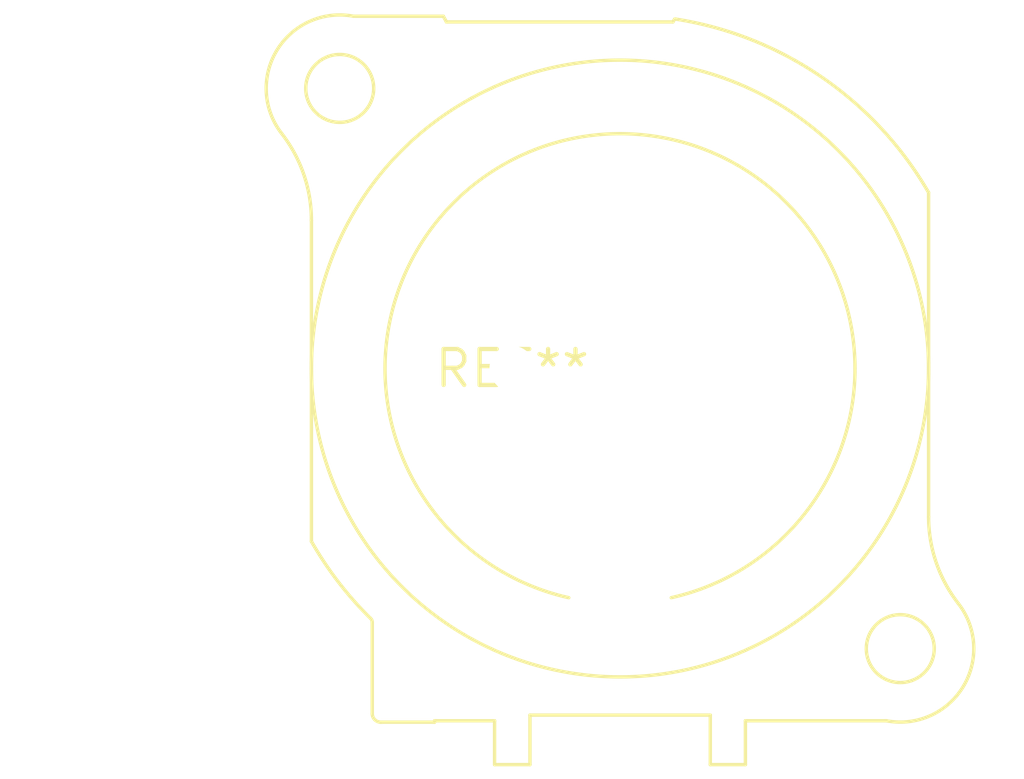
<source format=kicad_pcb>
(kicad_pcb (version 20240108) (generator pcbnew)
  (layers (0 "F.Cu" signal) (31 "B.Cu" signal) (34 "B.Paste" user) (35 "F.Paste" user) (36 "B.SilkS" user "B.Silkscreen") (37 "F.SilkS" user "F.Silkscreen") (38 "B.Mask" user) (39 "F.Mask" user) (44 "Edge.Cuts" user))
  (net 0 "")
  (footprint "Jack_XLR_Neutrik_NC3MBV-B_Vertical" (layer "F.Cu") (at 0 0)
    (property "Reference" "REF**")
    (property "Value" "Jack_XLR_Neutrik_NC3MBV-B_Vertical")
    (fp_line (start -7.09 -5.24) (end -7.09 6.11) (layer "F.SilkS") (stroke (width 0.12)))
    (fp_line (start -4.94 12.2) (end -4.94 8.98) (layer "F.SilkS") (stroke (width 0.12)))
    (fp_line (start -4.64 12.5) (end -2.74 12.5) (layer "F.SilkS") (stroke (width 0.12)))
    (fp_line (start -2.74 12.45) (end -0.62 12.45) (layer "F.SilkS") (stroke (width 0.12)))
    (fp_line (start -2.74 12.5) (end -2.74 12.45) (layer "F.SilkS") (stroke (width 0.12)))
    (fp_line (start -2.43 -12.45) (end -5.6 -12.45) (layer "F.SilkS") (stroke (width 0.12)))
    (fp_line (start -2.32 -12.25) (end -2.43 -12.45) (layer "F.SilkS") (stroke (width 0.12)))
    (fp_line (start -0.62 12.45) (end -0.62 14) (layer "F.SilkS") (stroke (width 0.12)))
    (fp_line (start 0.63 12.25) (end 0.63 14) (layer "F.SilkS") (stroke (width 0.12)))
    (fp_line (start 0.63 12.25) (end 7 12.25) (layer "F.SilkS") (stroke (width 0.12)))
    (fp_line (start 0.63 14) (end -0.62 14) (layer "F.SilkS") (stroke (width 0.12)))
    (fp_line (start 5.68 -12.25) (end -2.32 -12.25) (layer "F.SilkS") (stroke (width 0.12)))
    (fp_line (start 5.74 -12.35) (end 5.68 -12.25) (layer "F.SilkS") (stroke (width 0.12)))
    (fp_line (start 7 12.25) (end 7 14) (layer "F.SilkS") (stroke (width 0.12)))
    (fp_line (start 8.24 12.45) (end 8.24 14) (layer "F.SilkS") (stroke (width 0.12)))
    (fp_line (start 8.24 12.45) (end 13.22 12.45) (layer "F.SilkS") (stroke (width 0.12)))
    (fp_line (start 8.24 14) (end 7 14) (layer "F.SilkS") (stroke (width 0.12)))
    (fp_line (start 14.71 5.24) (end 14.71 -6.22) (layer "F.SilkS") (stroke (width 0.12)))
    (fp_arc (start -8.14458 -8.311426) (mid -7.360989 -6.863715) (end -7.09 -5.24) (layer "F.SilkS") (stroke (width 0.12)))
    (fp_arc (start -8.141124 -8.307677) (mid -8.303366 -11.257798) (end -5.6 -12.45) (layer "F.SilkS") (stroke (width 0.12)))
    (fp_arc (start -4.999944 8.832139) (mid -4.954594 8.899835) (end -4.94 8.98) (layer "F.SilkS") (stroke (width 0.12)))
    (fp_arc (start -4.999718 8.833849) (mid -6.1389 7.544091) (end -7.09 6.11) (layer "F.SilkS") (stroke (width 0.12)))
    (fp_arc (start -4.64 12.5) (mid -4.852132 12.412132) (end -4.94 12.2) (layer "F.SilkS") (stroke (width 0.12)))
    (fp_arc (start 2 8.1) (mid 3.809449 -8.299765) (end 5.621075 8.09976) (layer "F.SilkS") (stroke (width 0.12)))
    (fp_arc (start 5.753207 -12.354269) (mid 10.928439 -10.304601) (end 14.71 -6.22) (layer "F.SilkS") (stroke (width 0.12)))
    (fp_arc (start 15.761124 8.307677) (mid 15.923366 11.257798) (end 13.22 12.45) (layer "F.SilkS") (stroke (width 0.12)))
    (fp_arc (start 15.76458 8.311426) (mid 14.980989 6.863715) (end 14.71 5.24) (layer "F.SilkS") (stroke (width 0.12)))
    (fp_circle (center -6.09 -9.9) (end -4.89 -9.9) (layer "F.SilkS") (stroke (width 0.12)) (fill none))
    (fp_circle (center 3.81 0) (end 14.71 0) (layer "F.SilkS") (stroke (width 0.12)) (fill none))
    (fp_circle (center 13.71 9.9) (end 14.91 9.9) (layer "F.SilkS") (stroke (width 0.12)) (fill none))
    (pad "1" thru_hole circle (at 0 0) (size 3.4 3.4) (drill 1.6) (layers *.Cu *.Mask) (remove_unused_layers))
    (pad "2" thru_hole circle (at 7.62 0) (size 3.4 3.4) (drill 1.6) (layers *.Cu *.Mask) (remove_unused_layers))
    (pad "3" thru_hole circle (at 3.81 3.81) (size 3.4 3.4) (drill 1.6) (layers *.Cu *.Mask) (remove_unused_layers))
    (pad "G" thru_hole circle (at 3.81 8.25) (size 2.9 2.9) (drill 1.2) (layers *.Cu *.Mask) (remove_unused_layers))
  )
)
</source>
